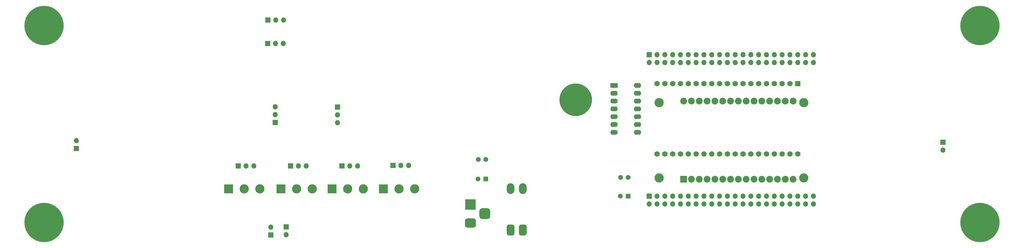
<source format=gbs>
G04 #@! TF.GenerationSoftware,KiCad,Pcbnew,7.0.10-1.fc39*
G04 #@! TF.CreationDate,2024-01-09T16:29:58-05:00*
G04 #@! TF.ProjectId,SYSMATT-WS2812-MATRIX-CARRIER-32X8,5359534d-4154-4542-9d57-53323831322d,rev?*
G04 #@! TF.SameCoordinates,Original*
G04 #@! TF.FileFunction,Soldermask,Bot*
G04 #@! TF.FilePolarity,Negative*
%FSLAX46Y46*%
G04 Gerber Fmt 4.6, Leading zero omitted, Abs format (unit mm)*
G04 Created by KiCad (PCBNEW 7.0.10-1.fc39) date 2024-01-09 16:29:58*
%MOMM*%
%LPD*%
G01*
G04 APERTURE LIST*
G04 Aperture macros list*
%AMRoundRect*
0 Rectangle with rounded corners*
0 $1 Rounding radius*
0 $2 $3 $4 $5 $6 $7 $8 $9 X,Y pos of 4 corners*
0 Add a 4 corners polygon primitive as box body*
4,1,4,$2,$3,$4,$5,$6,$7,$8,$9,$2,$3,0*
0 Add four circle primitives for the rounded corners*
1,1,$1+$1,$2,$3*
1,1,$1+$1,$4,$5*
1,1,$1+$1,$6,$7*
1,1,$1+$1,$8,$9*
0 Add four rect primitives between the rounded corners*
20,1,$1+$1,$2,$3,$4,$5,0*
20,1,$1+$1,$4,$5,$6,$7,0*
20,1,$1+$1,$6,$7,$8,$9,0*
20,1,$1+$1,$8,$9,$2,$3,0*%
G04 Aperture macros list end*
%ADD10C,1.600000*%
%ADD11C,12.800000*%
%ADD12R,1.700000X1.700000*%
%ADD13O,1.700000X1.700000*%
%ADD14R,1.600000X1.600000*%
%ADD15R,3.000000X3.000000*%
%ADD16C,3.000000*%
%ADD17R,3.500000X3.500000*%
%ADD18RoundRect,0.750000X1.000000X-0.750000X1.000000X0.750000X-1.000000X0.750000X-1.000000X-0.750000X0*%
%ADD19RoundRect,0.875000X0.875000X-0.875000X0.875000X0.875000X-0.875000X0.875000X-0.875000X-0.875000X0*%
%ADD20R,2.400000X1.600000*%
%ADD21O,2.400000X1.600000*%
%ADD22RoundRect,0.625000X0.625000X-1.125000X0.625000X1.125000X-0.625000X1.125000X-0.625000X-1.125000X0*%
%ADD23O,2.500000X3.500000*%
%ADD24C,10.600000*%
%ADD25RoundRect,0.102000X1.000000X-1.000000X1.000000X1.000000X-1.000000X1.000000X-1.000000X-1.000000X0*%
%ADD26C,2.204000*%
%ADD27RoundRect,0.102000X-0.780000X0.780000X-0.780000X-0.780000X0.780000X-0.780000X0.780000X0.780000X0*%
%ADD28C,1.764000*%
G04 APERTURE END LIST*
D10*
X162017000Y37935000D03*
X159517000Y37935000D03*
D11*
X322500000Y17500000D03*
D12*
X310521000Y43553000D03*
D13*
X310521000Y41013000D03*
D12*
X215084001Y72013000D03*
D13*
X215084001Y69473000D03*
X217624001Y72013000D03*
X217624001Y69473000D03*
X220164001Y72013000D03*
X220164001Y69473000D03*
X222704001Y72013000D03*
X222704001Y69473000D03*
X225244001Y72013000D03*
X225244001Y69473000D03*
X227784001Y72013000D03*
X227784001Y69473000D03*
X230324001Y72013000D03*
X230324001Y69473000D03*
X232864001Y72013000D03*
X232864001Y69473000D03*
X235404001Y72013000D03*
X235404001Y69473000D03*
X237944001Y72013000D03*
X237944001Y69473000D03*
X240484001Y72013000D03*
X240484001Y69473000D03*
X243024001Y72013000D03*
X243024001Y69473000D03*
X245564001Y72013000D03*
X245564001Y69473000D03*
X248104001Y72013000D03*
X248104001Y69473000D03*
X250644001Y72013000D03*
X250644001Y69473000D03*
X253184001Y72013000D03*
X253184001Y69473000D03*
X255724001Y72013000D03*
X255724001Y69473000D03*
X258264001Y72013000D03*
X258264001Y69473000D03*
X260804001Y72013000D03*
X260804001Y69473000D03*
X263344001Y72013000D03*
X263344001Y69473000D03*
X265884001Y72013000D03*
X265884001Y69473000D03*
X268424001Y72013000D03*
X268424001Y69473000D03*
D12*
X91151409Y75618000D03*
D13*
X93691409Y75618000D03*
X96231409Y75618000D03*
D12*
X131888000Y35978000D03*
D13*
X134428000Y35978000D03*
X136968000Y35978000D03*
D14*
X208226001Y26039000D03*
D10*
X205726001Y26039000D03*
D15*
X78421000Y28358000D03*
D16*
X83501000Y28358000D03*
X88581000Y28358000D03*
D17*
X156982500Y23335000D03*
D18*
X156982500Y17335000D03*
D19*
X161682500Y20335000D03*
D12*
X91181409Y83288000D03*
D13*
X93721409Y83288000D03*
X96261409Y83288000D03*
D12*
X92125000Y13381000D03*
D13*
X92125000Y15921000D03*
D12*
X93612000Y49950000D03*
D13*
X93612000Y52490000D03*
X93612000Y55030000D03*
D20*
X203654001Y61980000D03*
D21*
X203654001Y59440000D03*
X203654001Y56900000D03*
X203654001Y54360000D03*
X203654001Y51820000D03*
X203654001Y49280000D03*
X203654001Y46740000D03*
X211274001Y46740000D03*
X211274001Y49280000D03*
X211274001Y51820000D03*
X211274001Y54360000D03*
X211274001Y56900000D03*
X211274001Y59440000D03*
X211274001Y61980000D03*
D14*
X161977000Y31585000D03*
D10*
X159477000Y31585000D03*
D22*
X170000000Y15000000D03*
X174000000Y15000000D03*
D23*
X170000000Y28500000D03*
X174000000Y28500000D03*
D12*
X97148000Y16053000D03*
D13*
X97148000Y13513000D03*
D12*
X29000000Y41500000D03*
D13*
X29000000Y44040000D03*
D15*
X128713000Y28358000D03*
D16*
X133793000Y28358000D03*
X138873000Y28358000D03*
D11*
X322500000Y81500000D03*
D12*
X98614000Y35851000D03*
D13*
X101154000Y35851000D03*
X103694000Y35851000D03*
D24*
X191243001Y57357000D03*
D16*
X218300000Y31920000D03*
X265250000Y31920000D03*
X218300000Y56430000D03*
X265250000Y56430000D03*
D25*
X226260000Y31500000D03*
D26*
X228800000Y31500000D03*
X231340000Y31500000D03*
X233880000Y31500000D03*
X236420000Y31500000D03*
X238960000Y31500000D03*
X241500000Y31500000D03*
X244040000Y31500000D03*
X246580000Y31500000D03*
X249120000Y31500000D03*
X251660000Y31500000D03*
X254200000Y31500000D03*
X256740000Y31500000D03*
X259280000Y31500000D03*
X261820000Y31500000D03*
X261820000Y56900000D03*
X259280000Y56900000D03*
X256740000Y56900000D03*
X254200000Y56900000D03*
X251660000Y56900000D03*
X249120000Y56900000D03*
X246580000Y56900000D03*
X244040000Y56900000D03*
X241500000Y56900000D03*
X238960000Y56900000D03*
X236420000Y56900000D03*
X233880000Y56900000D03*
X231340000Y56900000D03*
X228800000Y56900000D03*
X226260000Y56900000D03*
D15*
X112076000Y28358000D03*
D16*
X117156000Y28358000D03*
X122236000Y28358000D03*
D12*
X81596000Y35851000D03*
D13*
X84136000Y35851000D03*
X86676000Y35851000D03*
D10*
X208266001Y32135000D03*
X205766001Y32135000D03*
D12*
X215084001Y26039000D03*
D13*
X215084001Y23499000D03*
X217624001Y26039000D03*
X217624001Y23499000D03*
X220164001Y26039000D03*
X220164001Y23499000D03*
X222704001Y26039000D03*
X222704001Y23499000D03*
X225244001Y26039000D03*
X225244001Y23499000D03*
X227784001Y26039000D03*
X227784001Y23499000D03*
X230324001Y26039000D03*
X230324001Y23499000D03*
X232864001Y26039000D03*
X232864001Y23499000D03*
X235404001Y26039000D03*
X235404001Y23499000D03*
X237944001Y26039000D03*
X237944001Y23499000D03*
X240484001Y26039000D03*
X240484001Y23499000D03*
X243024001Y26039000D03*
X243024001Y23499000D03*
X245564001Y26039000D03*
X245564001Y23499000D03*
X248104001Y26039000D03*
X248104001Y23499000D03*
X250644001Y26039000D03*
X250644001Y23499000D03*
X253184001Y26039000D03*
X253184001Y23499000D03*
X255724001Y26039000D03*
X255724001Y23499000D03*
X258264001Y26039000D03*
X258264001Y23499000D03*
X260804001Y26039000D03*
X260804001Y23499000D03*
X263344001Y26039000D03*
X263344001Y23499000D03*
X265884001Y26039000D03*
X265884001Y23499000D03*
X268424001Y26039000D03*
X268424001Y23499000D03*
D11*
X18500000Y81500000D03*
X18500000Y17500000D03*
D12*
X115251000Y35851000D03*
D13*
X117791000Y35851000D03*
X120331000Y35851000D03*
D27*
X263344000Y62615000D03*
D28*
X260804000Y62615000D03*
X258264000Y62615000D03*
X255724000Y62615000D03*
X253184000Y62615000D03*
X250644000Y62615000D03*
X248104000Y62615000D03*
X245564000Y62615000D03*
X243024000Y62615000D03*
X240484000Y62615000D03*
X237944000Y62615000D03*
X235404000Y62615000D03*
X232864000Y62615000D03*
X230324000Y62615000D03*
X227784000Y62615000D03*
X225244000Y62615000D03*
X222704000Y62615000D03*
X220164000Y62615000D03*
X217624000Y62615000D03*
X263344000Y39755000D03*
X260804000Y39755000D03*
X258264000Y39755000D03*
X255724000Y39755000D03*
X253184000Y39755000D03*
X250644000Y39755000D03*
X248104000Y39755000D03*
X245564000Y39755000D03*
X243024000Y39755000D03*
X240484000Y39755000D03*
X237944000Y39755000D03*
X235404000Y39755000D03*
X232864000Y39755000D03*
X230324000Y39755000D03*
X227784000Y39755000D03*
X225244000Y39755000D03*
X222704000Y39755000D03*
X220164000Y39755000D03*
X217624000Y39755000D03*
D12*
X113862000Y55000000D03*
D13*
X113862000Y52460000D03*
X113862000Y49920000D03*
D15*
X95439000Y28358000D03*
D16*
X100519000Y28358000D03*
X105599000Y28358000D03*
M02*

</source>
